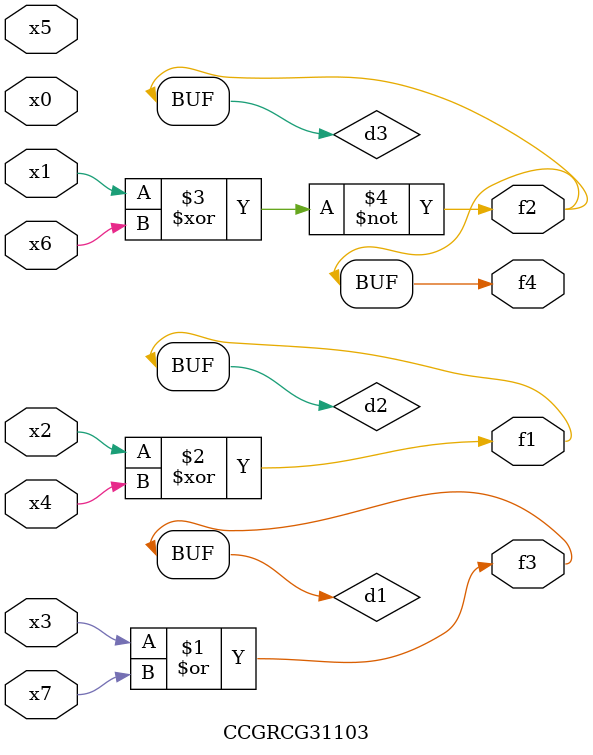
<source format=v>
module CCGRCG31103(
	input x0, x1, x2, x3, x4, x5, x6, x7,
	output f1, f2, f3, f4
);

	wire d1, d2, d3;

	or (d1, x3, x7);
	xor (d2, x2, x4);
	xnor (d3, x1, x6);
	assign f1 = d2;
	assign f2 = d3;
	assign f3 = d1;
	assign f4 = d3;
endmodule

</source>
